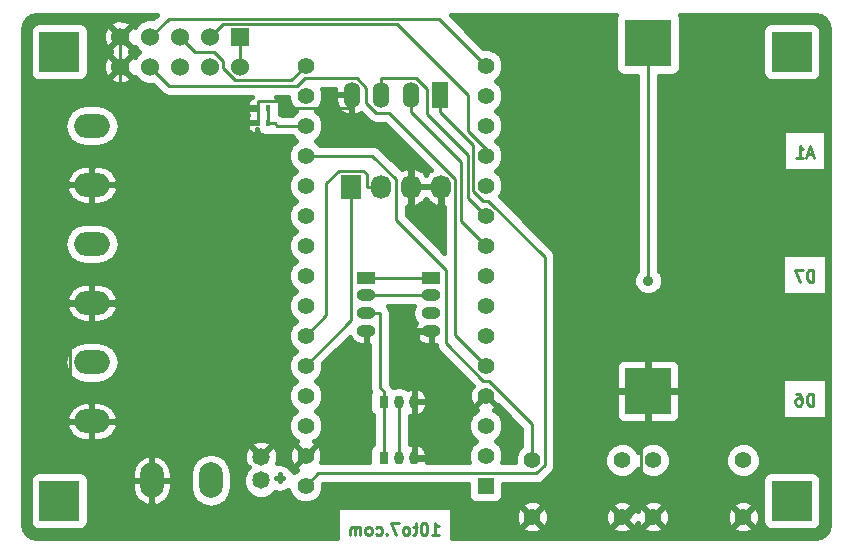
<source format=gbl>
%FSLAX34Y34*%
G04 Gerber Fmt 3.4, Leading zero omitted, Abs format*
G04 (created by PCBNEW (2014-03-19 BZR 4756)-product) date Sun 03 Aug 2014 21:22:35 BST*
%MOIN*%
G01*
G70*
G90*
G04 APERTURE LIST*
%ADD10C,0.005906*%
%ADD11C,0.009843*%
%ADD12C,0.015000*%
%ADD13O,0.078700X0.118700*%
%ADD14R,0.015700X0.023600*%
%ADD15C,0.058300*%
%ADD16O,0.031496X0.043307*%
%ADD17R,0.031496X0.043307*%
%ADD18O,0.062992X0.039370*%
%ADD19R,0.062992X0.039370*%
%ADD20O,0.055118X0.086614*%
%ADD21R,0.055118X0.086614*%
%ADD22O,0.118700X0.078700*%
%ADD23R,0.068000X0.080000*%
%ADD24O,0.068000X0.080000*%
%ADD25R,0.060000X0.060000*%
%ADD26C,0.060000*%
%ADD27C,0.055000*%
%ADD28R,0.055000X0.055000*%
%ADD29R,0.133900X0.133900*%
%ADD30R,0.157480X0.157480*%
%ADD31C,0.035000*%
%ADD32C,0.010000*%
%ADD33C,0.015748*%
G04 APERTURE END LIST*
G54D10*
G54D11*
X81580Y-49048D02*
X81805Y-49048D01*
X81693Y-49048D02*
X81693Y-48654D01*
X81730Y-48710D01*
X81768Y-48748D01*
X81805Y-48766D01*
X81337Y-48654D02*
X81299Y-48654D01*
X81262Y-48673D01*
X81243Y-48691D01*
X81224Y-48729D01*
X81205Y-48804D01*
X81205Y-48898D01*
X81224Y-48973D01*
X81243Y-49010D01*
X81262Y-49029D01*
X81299Y-49048D01*
X81337Y-49048D01*
X81374Y-49029D01*
X81393Y-49010D01*
X81412Y-48973D01*
X81430Y-48898D01*
X81430Y-48804D01*
X81412Y-48729D01*
X81393Y-48691D01*
X81374Y-48673D01*
X81337Y-48654D01*
X81093Y-48785D02*
X80943Y-48785D01*
X81037Y-48654D02*
X81037Y-48991D01*
X81018Y-49029D01*
X80980Y-49048D01*
X80943Y-49048D01*
X80755Y-49048D02*
X80793Y-49029D01*
X80812Y-49010D01*
X80830Y-48973D01*
X80830Y-48860D01*
X80812Y-48823D01*
X80793Y-48804D01*
X80755Y-48785D01*
X80699Y-48785D01*
X80662Y-48804D01*
X80643Y-48823D01*
X80624Y-48860D01*
X80624Y-48973D01*
X80643Y-49010D01*
X80662Y-49029D01*
X80699Y-49048D01*
X80755Y-49048D01*
X80493Y-48654D02*
X80231Y-48654D01*
X80399Y-49048D01*
X80081Y-49010D02*
X80062Y-49029D01*
X80081Y-49048D01*
X80099Y-49029D01*
X80081Y-49010D01*
X80081Y-49048D01*
X79724Y-49029D02*
X79762Y-49048D01*
X79837Y-49048D01*
X79874Y-49029D01*
X79893Y-49010D01*
X79912Y-48973D01*
X79912Y-48860D01*
X79893Y-48823D01*
X79874Y-48804D01*
X79837Y-48785D01*
X79762Y-48785D01*
X79724Y-48804D01*
X79499Y-49048D02*
X79537Y-49029D01*
X79556Y-49010D01*
X79574Y-48973D01*
X79574Y-48860D01*
X79556Y-48823D01*
X79537Y-48804D01*
X79499Y-48785D01*
X79443Y-48785D01*
X79406Y-48804D01*
X79387Y-48823D01*
X79368Y-48860D01*
X79368Y-48973D01*
X79387Y-49010D01*
X79406Y-49029D01*
X79443Y-49048D01*
X79499Y-49048D01*
X79199Y-49048D02*
X79199Y-48785D01*
X79199Y-48823D02*
X79181Y-48804D01*
X79143Y-48785D01*
X79087Y-48785D01*
X79049Y-48804D01*
X79031Y-48841D01*
X79031Y-49048D01*
X79031Y-48841D02*
X79012Y-48804D01*
X78974Y-48785D01*
X78918Y-48785D01*
X78881Y-48804D01*
X78862Y-48841D01*
X78862Y-49048D01*
X94287Y-36356D02*
X94099Y-36356D01*
X94324Y-36469D02*
X94193Y-36075D01*
X94062Y-36469D01*
X93724Y-36469D02*
X93949Y-36469D01*
X93837Y-36469D02*
X93837Y-36075D01*
X93874Y-36131D01*
X93912Y-36169D01*
X93949Y-36188D01*
X94296Y-40603D02*
X94296Y-40209D01*
X94202Y-40209D01*
X94146Y-40228D01*
X94109Y-40265D01*
X94090Y-40303D01*
X94071Y-40378D01*
X94071Y-40434D01*
X94090Y-40509D01*
X94109Y-40547D01*
X94146Y-40584D01*
X94202Y-40603D01*
X94296Y-40603D01*
X93940Y-40209D02*
X93677Y-40209D01*
X93846Y-40603D01*
X94296Y-44737D02*
X94296Y-44343D01*
X94202Y-44343D01*
X94146Y-44362D01*
X94109Y-44399D01*
X94090Y-44437D01*
X94071Y-44512D01*
X94071Y-44568D01*
X94090Y-44643D01*
X94109Y-44680D01*
X94146Y-44718D01*
X94202Y-44737D01*
X94296Y-44737D01*
X93734Y-44343D02*
X93809Y-44343D01*
X93846Y-44362D01*
X93865Y-44380D01*
X93902Y-44437D01*
X93921Y-44512D01*
X93921Y-44662D01*
X93902Y-44699D01*
X93884Y-44718D01*
X93846Y-44737D01*
X93771Y-44737D01*
X93734Y-44718D01*
X93715Y-44699D01*
X93696Y-44662D01*
X93696Y-44568D01*
X93715Y-44530D01*
X93734Y-44512D01*
X93771Y-44493D01*
X93846Y-44493D01*
X93884Y-44512D01*
X93902Y-44530D01*
X93921Y-44568D01*
G54D12*
X76517Y-47149D02*
X76399Y-47149D01*
X76517Y-47149D02*
X76517Y-47031D01*
X76517Y-47267D02*
X76517Y-47149D01*
X76517Y-47149D02*
X76635Y-47149D01*
G54D13*
X74214Y-47228D03*
X72246Y-47228D03*
G54D14*
X76133Y-34816D03*
X75779Y-34816D03*
X76133Y-35309D03*
X75779Y-35309D03*
G54D15*
X75887Y-47228D03*
X75887Y-46440D03*
G54D16*
X80484Y-44610D03*
X80996Y-44610D03*
G54D17*
X79972Y-44610D03*
G54D16*
X80484Y-46480D03*
X80996Y-46480D03*
G54D17*
X79972Y-46480D03*
G54D18*
X81566Y-41067D03*
X81566Y-41657D03*
G54D19*
X81566Y-40476D03*
G54D18*
X81566Y-42248D03*
X79401Y-41067D03*
X79401Y-41657D03*
G54D19*
X79401Y-40476D03*
G54D18*
X79401Y-42248D03*
G54D20*
X80877Y-34374D03*
X79893Y-34374D03*
G54D21*
X81861Y-34374D03*
G54D20*
X78909Y-34374D03*
G54D22*
X70248Y-43293D03*
X70248Y-45261D03*
X70248Y-35407D03*
X70248Y-37375D03*
X70248Y-39344D03*
X70248Y-41312D03*
G54D23*
X78885Y-37444D03*
G54D24*
X79885Y-37444D03*
X80885Y-37444D03*
X81885Y-37444D03*
G54D25*
X75200Y-32446D03*
G54D26*
X75200Y-33446D03*
X74200Y-32446D03*
X74200Y-33446D03*
X73200Y-32446D03*
X73200Y-33446D03*
X72200Y-32446D03*
X72200Y-33446D03*
X71200Y-32446D03*
X71200Y-33446D03*
G54D27*
X77374Y-33401D03*
X83374Y-34401D03*
X83374Y-35401D03*
X83374Y-36401D03*
X83374Y-37401D03*
X83374Y-38401D03*
X83374Y-39401D03*
X83374Y-40401D03*
X83374Y-41401D03*
X83374Y-42401D03*
X83374Y-43401D03*
X83374Y-44401D03*
X83374Y-45401D03*
X83374Y-46401D03*
G54D28*
X83374Y-47401D03*
G54D27*
X77374Y-47401D03*
X77374Y-46401D03*
X77374Y-45401D03*
X77374Y-44401D03*
X77374Y-43401D03*
X77374Y-42401D03*
X77374Y-41401D03*
X77374Y-40401D03*
X77374Y-39401D03*
X77374Y-38401D03*
X77374Y-37401D03*
X77374Y-36401D03*
X77374Y-35401D03*
X77374Y-34401D03*
X83374Y-33401D03*
X88966Y-48446D03*
X88966Y-46557D03*
X91958Y-48446D03*
X91958Y-46557D03*
X84931Y-48446D03*
X84931Y-46557D03*
X87923Y-48446D03*
X87923Y-46557D03*
G54D29*
X69165Y-32946D03*
X93574Y-32946D03*
X93574Y-47907D03*
X69165Y-47907D03*
G54D30*
X88789Y-32639D03*
X88789Y-44253D03*
G54D31*
X88789Y-40574D03*
G54D32*
X75200Y-33446D02*
X75200Y-32446D01*
X70248Y-45261D02*
X70248Y-44739D01*
X70248Y-41312D02*
X70248Y-41835D01*
X70248Y-41835D02*
X69518Y-42565D01*
X69518Y-42565D02*
X69518Y-44009D01*
X69518Y-44009D02*
X70248Y-44739D01*
X78909Y-34654D02*
X78739Y-34825D01*
X78739Y-34825D02*
X76926Y-34825D01*
X76926Y-34825D02*
X76671Y-34570D01*
X76671Y-34570D02*
X75779Y-34570D01*
X80996Y-44610D02*
X80996Y-44264D01*
X80996Y-44264D02*
X81123Y-44137D01*
X81123Y-44137D02*
X81123Y-42248D01*
X80996Y-46480D02*
X80996Y-44610D01*
X81566Y-42248D02*
X81123Y-42248D01*
X75779Y-34816D02*
X75779Y-34570D01*
X78909Y-34654D02*
X78909Y-34935D01*
X78909Y-34374D02*
X78909Y-34654D01*
X75676Y-35309D02*
X75779Y-35205D01*
X75779Y-35205D02*
X75779Y-34816D01*
X75676Y-35309D02*
X75572Y-35309D01*
X75779Y-35309D02*
X75676Y-35309D01*
X71200Y-35309D02*
X71200Y-33446D01*
X70248Y-36853D02*
X71200Y-35900D01*
X71200Y-35900D02*
X71200Y-35309D01*
X71200Y-35309D02*
X75572Y-35309D01*
X70248Y-37375D02*
X70248Y-36853D01*
X88552Y-48032D02*
X88966Y-48446D01*
X88789Y-45170D02*
X88552Y-45407D01*
X88552Y-45407D02*
X88552Y-48032D01*
X87923Y-48446D02*
X88138Y-48446D01*
X88138Y-48446D02*
X88552Y-48032D01*
X81885Y-37444D02*
X81354Y-37444D01*
X80885Y-37444D02*
X81354Y-37444D01*
X80885Y-37444D02*
X80885Y-36911D01*
X80885Y-36911D02*
X78909Y-34935D01*
X71200Y-32446D02*
X71200Y-33446D01*
X88789Y-44253D02*
X88789Y-45170D01*
X79972Y-44610D02*
X79972Y-44264D01*
X79401Y-41657D02*
X79845Y-41657D01*
X79845Y-41657D02*
X79845Y-44137D01*
X79845Y-44137D02*
X79972Y-44264D01*
X76133Y-35309D02*
X76341Y-35309D01*
X77374Y-35401D02*
X76433Y-35401D01*
X76433Y-35401D02*
X76341Y-35309D01*
X76133Y-34816D02*
X76133Y-35309D01*
X79972Y-46480D02*
X79972Y-44610D01*
X81861Y-34374D02*
X81861Y-34935D01*
X81861Y-34935D02*
X82970Y-36044D01*
X82970Y-36044D02*
X82970Y-37573D01*
X82970Y-37573D02*
X83298Y-37901D01*
X83298Y-37901D02*
X83462Y-37901D01*
X83462Y-37901D02*
X85338Y-39776D01*
X85338Y-39776D02*
X85338Y-46724D01*
X85338Y-46724D02*
X85065Y-46997D01*
X85065Y-46997D02*
X77777Y-46997D01*
X77777Y-46997D02*
X77374Y-47401D01*
X79893Y-33812D02*
X81051Y-33812D01*
X81051Y-33812D02*
X81433Y-34193D01*
X81433Y-34193D02*
X81433Y-35024D01*
X81433Y-35024D02*
X82791Y-36382D01*
X82791Y-36382D02*
X82791Y-37818D01*
X82791Y-37818D02*
X83374Y-38401D01*
X79893Y-34374D02*
X79893Y-33812D01*
X83374Y-39401D02*
X82545Y-38572D01*
X82545Y-38572D02*
X82545Y-36603D01*
X82545Y-36603D02*
X80877Y-34935D01*
X80877Y-34374D02*
X80877Y-34935D01*
X80484Y-44610D02*
X80484Y-46480D01*
X81566Y-41067D02*
X79401Y-41067D01*
X81566Y-40476D02*
X79401Y-40476D01*
X77374Y-43401D02*
X78885Y-41889D01*
X78885Y-41889D02*
X78885Y-37444D01*
X79416Y-37444D02*
X79416Y-37029D01*
X79416Y-37029D02*
X79303Y-36915D01*
X79303Y-36915D02*
X78473Y-36915D01*
X78473Y-36915D02*
X78058Y-37330D01*
X78058Y-37330D02*
X78058Y-41717D01*
X78058Y-41717D02*
X77374Y-42401D01*
X79885Y-37444D02*
X79416Y-37444D01*
X84931Y-46557D02*
X84931Y-45356D01*
X84931Y-45356D02*
X83476Y-43901D01*
X83476Y-43901D02*
X83301Y-43901D01*
X83301Y-43901D02*
X82061Y-42660D01*
X82061Y-42660D02*
X82061Y-40209D01*
X82061Y-40209D02*
X80385Y-38534D01*
X80385Y-38534D02*
X80385Y-37195D01*
X80385Y-37195D02*
X79591Y-36401D01*
X79591Y-36401D02*
X77374Y-36401D01*
X74200Y-32446D02*
X74629Y-32017D01*
X74629Y-32017D02*
X80406Y-32017D01*
X80406Y-32017D02*
X82774Y-34386D01*
X82774Y-34386D02*
X82774Y-35573D01*
X82774Y-35573D02*
X83374Y-36173D01*
X83374Y-36173D02*
X83374Y-36401D01*
X77374Y-33401D02*
X76898Y-33876D01*
X76898Y-33876D02*
X75020Y-33876D01*
X75020Y-33876D02*
X74629Y-33485D01*
X74629Y-33485D02*
X74629Y-33244D01*
X74629Y-33244D02*
X74331Y-32946D01*
X74331Y-32946D02*
X73700Y-32946D01*
X73700Y-32946D02*
X73200Y-32446D01*
X83374Y-33401D02*
X81808Y-31835D01*
X81808Y-31835D02*
X72811Y-31835D01*
X72811Y-31835D02*
X72200Y-32446D01*
X83374Y-43401D02*
X82366Y-42393D01*
X82366Y-42393D02*
X82366Y-37188D01*
X82366Y-37188D02*
X80160Y-34982D01*
X80160Y-34982D02*
X79733Y-34982D01*
X79733Y-34982D02*
X79401Y-34650D01*
X79401Y-34650D02*
X79401Y-34135D01*
X79401Y-34135D02*
X79072Y-33805D01*
X79072Y-33805D02*
X77352Y-33805D01*
X77352Y-33805D02*
X77080Y-34076D01*
X77080Y-34076D02*
X72830Y-34076D01*
X72830Y-34076D02*
X72200Y-33446D01*
X88789Y-32639D02*
X88789Y-40574D01*
G54D10*
G36*
X77039Y-34901D02*
X76904Y-35036D01*
X76577Y-35036D01*
X76525Y-35001D01*
X76527Y-34997D01*
X76527Y-34872D01*
X76527Y-34636D01*
X76479Y-34520D01*
X76400Y-34441D01*
X76784Y-34441D01*
X76783Y-34518D01*
X76873Y-34735D01*
X77039Y-34901D01*
X77039Y-34901D01*
X77039Y-34901D01*
G37*
G54D33*
X77039Y-34901D02*
X76904Y-35036D01*
X76577Y-35036D01*
X76525Y-35001D01*
X76527Y-34997D01*
X76527Y-34872D01*
X76527Y-34636D01*
X76479Y-34520D01*
X76400Y-34441D01*
X76784Y-34441D01*
X76783Y-34518D01*
X76873Y-34735D01*
X77039Y-34901D01*
X77039Y-34901D01*
G54D10*
G36*
X82001Y-39634D02*
X81864Y-39497D01*
X81864Y-38053D01*
X81864Y-37466D01*
X81504Y-37466D01*
X81267Y-37466D01*
X80907Y-37466D01*
X80907Y-38053D01*
X81003Y-38112D01*
X81102Y-38084D01*
X81308Y-37957D01*
X81385Y-37849D01*
X81463Y-37957D01*
X81668Y-38084D01*
X81768Y-38112D01*
X81864Y-38053D01*
X81864Y-39497D01*
X80750Y-38383D01*
X80750Y-38107D01*
X80768Y-38112D01*
X80864Y-38053D01*
X80864Y-37466D01*
X80856Y-37466D01*
X80856Y-37423D01*
X80864Y-37423D01*
X80864Y-36836D01*
X80768Y-36777D01*
X80668Y-36805D01*
X80571Y-36865D01*
X79850Y-36143D01*
X79731Y-36064D01*
X79591Y-36036D01*
X78888Y-36036D01*
X78888Y-35015D01*
X78888Y-34395D01*
X78355Y-34395D01*
X78355Y-34552D01*
X78405Y-34763D01*
X78532Y-34938D01*
X78717Y-35051D01*
X78802Y-35075D01*
X78888Y-35015D01*
X78888Y-36036D01*
X77843Y-36036D01*
X77708Y-35901D01*
X77708Y-35901D01*
X77873Y-35736D01*
X77963Y-35519D01*
X77964Y-35284D01*
X77874Y-35067D01*
X77708Y-34901D01*
X77708Y-34901D01*
X77873Y-34736D01*
X77963Y-34519D01*
X77964Y-34284D01*
X77916Y-34170D01*
X78361Y-34170D01*
X78355Y-34195D01*
X78355Y-34352D01*
X78888Y-34352D01*
X78888Y-34344D01*
X78931Y-34344D01*
X78931Y-34352D01*
X78938Y-34352D01*
X78938Y-34395D01*
X78931Y-34395D01*
X78931Y-35015D01*
X79017Y-35075D01*
X79102Y-35051D01*
X79216Y-34981D01*
X79475Y-35240D01*
X79594Y-35319D01*
X79594Y-35319D01*
X79733Y-35347D01*
X80009Y-35347D01*
X81544Y-36882D01*
X81463Y-36932D01*
X81385Y-37040D01*
X81308Y-36932D01*
X81102Y-36805D01*
X81003Y-36777D01*
X80907Y-36836D01*
X80907Y-37423D01*
X81267Y-37423D01*
X81504Y-37423D01*
X81864Y-37423D01*
X81864Y-37415D01*
X81907Y-37415D01*
X81907Y-37423D01*
X81914Y-37423D01*
X81914Y-37466D01*
X81907Y-37466D01*
X81907Y-38053D01*
X82001Y-38111D01*
X82001Y-39634D01*
X82001Y-39634D01*
G37*
G54D33*
X82001Y-39634D02*
X81864Y-39497D01*
X81864Y-38053D01*
X81864Y-37466D01*
X81504Y-37466D01*
X81267Y-37466D01*
X80907Y-37466D01*
X80907Y-38053D01*
X81003Y-38112D01*
X81102Y-38084D01*
X81308Y-37957D01*
X81385Y-37849D01*
X81463Y-37957D01*
X81668Y-38084D01*
X81768Y-38112D01*
X81864Y-38053D01*
X81864Y-39497D01*
X80750Y-38383D01*
X80750Y-38107D01*
X80768Y-38112D01*
X80864Y-38053D01*
X80864Y-37466D01*
X80856Y-37466D01*
X80856Y-37423D01*
X80864Y-37423D01*
X80864Y-36836D01*
X80768Y-36777D01*
X80668Y-36805D01*
X80571Y-36865D01*
X79850Y-36143D01*
X79731Y-36064D01*
X79591Y-36036D01*
X78888Y-36036D01*
X78888Y-35015D01*
X78888Y-34395D01*
X78355Y-34395D01*
X78355Y-34552D01*
X78405Y-34763D01*
X78532Y-34938D01*
X78717Y-35051D01*
X78802Y-35075D01*
X78888Y-35015D01*
X78888Y-36036D01*
X77843Y-36036D01*
X77708Y-35901D01*
X77708Y-35901D01*
X77873Y-35736D01*
X77963Y-35519D01*
X77964Y-35284D01*
X77874Y-35067D01*
X77708Y-34901D01*
X77708Y-34901D01*
X77873Y-34736D01*
X77963Y-34519D01*
X77964Y-34284D01*
X77916Y-34170D01*
X78361Y-34170D01*
X78355Y-34195D01*
X78355Y-34352D01*
X78888Y-34352D01*
X78888Y-34344D01*
X78931Y-34344D01*
X78931Y-34352D01*
X78938Y-34352D01*
X78938Y-34395D01*
X78931Y-34395D01*
X78931Y-35015D01*
X79017Y-35075D01*
X79102Y-35051D01*
X79216Y-34981D01*
X79475Y-35240D01*
X79594Y-35319D01*
X79594Y-35319D01*
X79733Y-35347D01*
X80009Y-35347D01*
X81544Y-36882D01*
X81463Y-36932D01*
X81385Y-37040D01*
X81308Y-36932D01*
X81102Y-36805D01*
X81003Y-36777D01*
X80907Y-36836D01*
X80907Y-37423D01*
X81267Y-37423D01*
X81504Y-37423D01*
X81864Y-37423D01*
X81864Y-37415D01*
X81907Y-37415D01*
X81907Y-37423D01*
X81914Y-37423D01*
X81914Y-37466D01*
X81907Y-37466D01*
X81907Y-38053D01*
X82001Y-38111D01*
X82001Y-39634D01*
G54D10*
G36*
X84566Y-46087D02*
X84431Y-46222D01*
X84341Y-46439D01*
X84341Y-46632D01*
X83917Y-46632D01*
X83964Y-46519D01*
X83964Y-46284D01*
X83874Y-46067D01*
X83709Y-45901D01*
X83708Y-45901D01*
X83874Y-45736D01*
X83964Y-45519D01*
X83964Y-45284D01*
X83874Y-45067D01*
X83709Y-44901D01*
X83661Y-44882D01*
X83687Y-44871D01*
X83688Y-44870D01*
X83709Y-44766D01*
X83374Y-44431D01*
X83039Y-44766D01*
X83060Y-44870D01*
X83087Y-44881D01*
X83040Y-44901D01*
X82874Y-45066D01*
X82784Y-45283D01*
X82784Y-45518D01*
X82874Y-45735D01*
X83039Y-45901D01*
X83040Y-45901D01*
X82874Y-46066D01*
X82784Y-46283D01*
X82784Y-46518D01*
X82831Y-46632D01*
X81545Y-46632D01*
X81545Y-42723D01*
X81545Y-42269D01*
X81043Y-42269D01*
X80982Y-42343D01*
X81001Y-42410D01*
X81097Y-42569D01*
X81247Y-42679D01*
X81427Y-42723D01*
X81545Y-42723D01*
X81545Y-46632D01*
X81414Y-46632D01*
X81432Y-46560D01*
X81432Y-46501D01*
X81432Y-46459D01*
X81432Y-46400D01*
X81432Y-44690D01*
X81432Y-44631D01*
X81432Y-44588D01*
X81432Y-44529D01*
X81391Y-44364D01*
X81289Y-44227D01*
X81143Y-44140D01*
X81085Y-44124D01*
X81017Y-44185D01*
X81017Y-44588D01*
X81432Y-44588D01*
X81432Y-44631D01*
X81017Y-44631D01*
X81017Y-45035D01*
X81085Y-45096D01*
X81143Y-45080D01*
X81289Y-44992D01*
X81391Y-44855D01*
X81432Y-44690D01*
X81432Y-46400D01*
X81391Y-46234D01*
X81289Y-46097D01*
X81143Y-46010D01*
X81085Y-45994D01*
X81017Y-46055D01*
X81017Y-46459D01*
X81432Y-46459D01*
X81432Y-46501D01*
X81017Y-46501D01*
X81017Y-46509D01*
X80974Y-46509D01*
X80974Y-46501D01*
X80967Y-46501D01*
X80967Y-46459D01*
X80974Y-46459D01*
X80974Y-46055D01*
X80907Y-45994D01*
X80849Y-46010D01*
X80849Y-45080D01*
X80907Y-45096D01*
X80974Y-45035D01*
X80974Y-44631D01*
X80967Y-44631D01*
X80967Y-44588D01*
X80974Y-44588D01*
X80974Y-44185D01*
X80907Y-44124D01*
X80848Y-44140D01*
X80780Y-44181D01*
X80665Y-44104D01*
X80484Y-44068D01*
X80303Y-44104D01*
X80297Y-44107D01*
X80230Y-44006D01*
X80210Y-43986D01*
X80210Y-41657D01*
X80182Y-41517D01*
X80125Y-41432D01*
X80983Y-41432D01*
X80963Y-41461D01*
X80924Y-41657D01*
X80963Y-41853D01*
X81057Y-41993D01*
X81001Y-42085D01*
X80982Y-42152D01*
X81043Y-42226D01*
X81545Y-42226D01*
X81545Y-42219D01*
X81588Y-42219D01*
X81588Y-42226D01*
X81596Y-42226D01*
X81596Y-42269D01*
X81588Y-42269D01*
X81588Y-42723D01*
X81706Y-42723D01*
X81708Y-42723D01*
X81724Y-42800D01*
X81803Y-42918D01*
X82960Y-44076D01*
X82905Y-44087D01*
X82820Y-44290D01*
X82820Y-44510D01*
X82904Y-44714D01*
X82905Y-44715D01*
X83009Y-44736D01*
X83344Y-44401D01*
X83338Y-44396D01*
X83368Y-44365D01*
X83374Y-44371D01*
X83380Y-44365D01*
X83410Y-44396D01*
X83404Y-44401D01*
X83739Y-44736D01*
X83785Y-44727D01*
X84566Y-45507D01*
X84566Y-46087D01*
X84566Y-46087D01*
G37*
G54D33*
X84566Y-46087D02*
X84431Y-46222D01*
X84341Y-46439D01*
X84341Y-46632D01*
X83917Y-46632D01*
X83964Y-46519D01*
X83964Y-46284D01*
X83874Y-46067D01*
X83709Y-45901D01*
X83708Y-45901D01*
X83874Y-45736D01*
X83964Y-45519D01*
X83964Y-45284D01*
X83874Y-45067D01*
X83709Y-44901D01*
X83661Y-44882D01*
X83687Y-44871D01*
X83688Y-44870D01*
X83709Y-44766D01*
X83374Y-44431D01*
X83039Y-44766D01*
X83060Y-44870D01*
X83087Y-44881D01*
X83040Y-44901D01*
X82874Y-45066D01*
X82784Y-45283D01*
X82784Y-45518D01*
X82874Y-45735D01*
X83039Y-45901D01*
X83040Y-45901D01*
X82874Y-46066D01*
X82784Y-46283D01*
X82784Y-46518D01*
X82831Y-46632D01*
X81545Y-46632D01*
X81545Y-42723D01*
X81545Y-42269D01*
X81043Y-42269D01*
X80982Y-42343D01*
X81001Y-42410D01*
X81097Y-42569D01*
X81247Y-42679D01*
X81427Y-42723D01*
X81545Y-42723D01*
X81545Y-46632D01*
X81414Y-46632D01*
X81432Y-46560D01*
X81432Y-46501D01*
X81432Y-46459D01*
X81432Y-46400D01*
X81432Y-44690D01*
X81432Y-44631D01*
X81432Y-44588D01*
X81432Y-44529D01*
X81391Y-44364D01*
X81289Y-44227D01*
X81143Y-44140D01*
X81085Y-44124D01*
X81017Y-44185D01*
X81017Y-44588D01*
X81432Y-44588D01*
X81432Y-44631D01*
X81017Y-44631D01*
X81017Y-45035D01*
X81085Y-45096D01*
X81143Y-45080D01*
X81289Y-44992D01*
X81391Y-44855D01*
X81432Y-44690D01*
X81432Y-46400D01*
X81391Y-46234D01*
X81289Y-46097D01*
X81143Y-46010D01*
X81085Y-45994D01*
X81017Y-46055D01*
X81017Y-46459D01*
X81432Y-46459D01*
X81432Y-46501D01*
X81017Y-46501D01*
X81017Y-46509D01*
X80974Y-46509D01*
X80974Y-46501D01*
X80967Y-46501D01*
X80967Y-46459D01*
X80974Y-46459D01*
X80974Y-46055D01*
X80907Y-45994D01*
X80849Y-46010D01*
X80849Y-45080D01*
X80907Y-45096D01*
X80974Y-45035D01*
X80974Y-44631D01*
X80967Y-44631D01*
X80967Y-44588D01*
X80974Y-44588D01*
X80974Y-44185D01*
X80907Y-44124D01*
X80848Y-44140D01*
X80780Y-44181D01*
X80665Y-44104D01*
X80484Y-44068D01*
X80303Y-44104D01*
X80297Y-44107D01*
X80230Y-44006D01*
X80210Y-43986D01*
X80210Y-41657D01*
X80182Y-41517D01*
X80125Y-41432D01*
X80983Y-41432D01*
X80963Y-41461D01*
X80924Y-41657D01*
X80963Y-41853D01*
X81057Y-41993D01*
X81001Y-42085D01*
X80982Y-42152D01*
X81043Y-42226D01*
X81545Y-42226D01*
X81545Y-42219D01*
X81588Y-42219D01*
X81588Y-42226D01*
X81596Y-42226D01*
X81596Y-42269D01*
X81588Y-42269D01*
X81588Y-42723D01*
X81706Y-42723D01*
X81708Y-42723D01*
X81724Y-42800D01*
X81803Y-42918D01*
X82960Y-44076D01*
X82905Y-44087D01*
X82820Y-44290D01*
X82820Y-44510D01*
X82904Y-44714D01*
X82905Y-44715D01*
X83009Y-44736D01*
X83344Y-44401D01*
X83338Y-44396D01*
X83368Y-44365D01*
X83374Y-44371D01*
X83380Y-44365D01*
X83410Y-44396D01*
X83404Y-44401D01*
X83739Y-44736D01*
X83785Y-44727D01*
X84566Y-45507D01*
X84566Y-46087D01*
G54D10*
G36*
X94832Y-48679D02*
X94792Y-48883D01*
X94754Y-48939D01*
X94754Y-45198D01*
X94754Y-43820D01*
X94754Y-41064D01*
X94754Y-39687D01*
X94726Y-39687D01*
X94726Y-36931D01*
X94726Y-35553D01*
X94559Y-35553D01*
X94559Y-33679D01*
X94559Y-33553D01*
X94559Y-32214D01*
X94511Y-32098D01*
X94422Y-32010D01*
X94306Y-31962D01*
X94181Y-31962D01*
X92842Y-31962D01*
X92726Y-32010D01*
X92638Y-32098D01*
X92590Y-32214D01*
X92590Y-32340D01*
X92590Y-33679D01*
X92638Y-33794D01*
X92726Y-33883D01*
X92842Y-33931D01*
X92967Y-33931D01*
X94306Y-33931D01*
X94422Y-33883D01*
X94511Y-33794D01*
X94559Y-33679D01*
X94559Y-35553D01*
X93285Y-35553D01*
X93285Y-36931D01*
X94726Y-36931D01*
X94726Y-39687D01*
X93257Y-39687D01*
X93257Y-41064D01*
X94754Y-41064D01*
X94754Y-43820D01*
X93257Y-43820D01*
X93257Y-45198D01*
X94754Y-45198D01*
X94754Y-48939D01*
X94695Y-49028D01*
X94559Y-49119D01*
X94559Y-48639D01*
X94559Y-48514D01*
X94559Y-47175D01*
X94511Y-47059D01*
X94422Y-46970D01*
X94306Y-46923D01*
X94181Y-46923D01*
X92842Y-46923D01*
X92726Y-46970D01*
X92638Y-47059D01*
X92590Y-47175D01*
X92590Y-47300D01*
X92590Y-48639D01*
X92638Y-48755D01*
X92726Y-48843D01*
X92842Y-48891D01*
X92967Y-48891D01*
X94306Y-48891D01*
X94422Y-48843D01*
X94511Y-48755D01*
X94559Y-48639D01*
X94559Y-49119D01*
X94550Y-49124D01*
X94346Y-49165D01*
X92548Y-49165D01*
X92548Y-46440D01*
X92459Y-46223D01*
X92293Y-46057D01*
X92076Y-45967D01*
X91841Y-45967D01*
X91624Y-46056D01*
X91458Y-46222D01*
X91368Y-46439D01*
X91368Y-46673D01*
X91458Y-46890D01*
X91624Y-47056D01*
X91840Y-47146D01*
X92075Y-47147D01*
X92292Y-47057D01*
X92458Y-46891D01*
X92548Y-46674D01*
X92548Y-46440D01*
X92548Y-49165D01*
X92512Y-49165D01*
X92512Y-48337D01*
X92428Y-48133D01*
X92427Y-48132D01*
X92323Y-48112D01*
X92293Y-48142D01*
X92293Y-48082D01*
X92273Y-47977D01*
X92069Y-47893D01*
X91849Y-47892D01*
X91645Y-47976D01*
X91644Y-47977D01*
X91624Y-48082D01*
X91958Y-48416D01*
X92293Y-48082D01*
X92293Y-48142D01*
X91988Y-48446D01*
X92323Y-48781D01*
X92427Y-48761D01*
X92512Y-48557D01*
X92512Y-48337D01*
X92512Y-49165D01*
X92293Y-49165D01*
X92293Y-48811D01*
X91958Y-48476D01*
X91928Y-48506D01*
X91928Y-48446D01*
X91594Y-48112D01*
X91489Y-48132D01*
X91405Y-48335D01*
X91404Y-48556D01*
X91488Y-48759D01*
X91489Y-48761D01*
X91594Y-48781D01*
X91928Y-48446D01*
X91928Y-48506D01*
X91624Y-48811D01*
X91644Y-48915D01*
X91847Y-49000D01*
X92067Y-49000D01*
X92271Y-48916D01*
X92273Y-48915D01*
X92293Y-48811D01*
X92293Y-49165D01*
X89855Y-49165D01*
X89855Y-45096D01*
X89855Y-44344D01*
X89855Y-44162D01*
X89855Y-43411D01*
X89813Y-43308D01*
X89734Y-43230D01*
X89632Y-43187D01*
X89521Y-43187D01*
X88880Y-43187D01*
X88810Y-43257D01*
X88810Y-44232D01*
X89785Y-44232D01*
X89855Y-44162D01*
X89855Y-44344D01*
X89785Y-44275D01*
X88810Y-44275D01*
X88810Y-45250D01*
X88880Y-45320D01*
X89521Y-45320D01*
X89632Y-45320D01*
X89734Y-45277D01*
X89813Y-45199D01*
X89855Y-45096D01*
X89855Y-49165D01*
X89556Y-49165D01*
X89556Y-46440D01*
X89466Y-46223D01*
X89301Y-46057D01*
X89084Y-45967D01*
X88849Y-45967D01*
X88768Y-46000D01*
X88768Y-45250D01*
X88768Y-44275D01*
X88768Y-44232D01*
X88768Y-43257D01*
X88698Y-43187D01*
X88057Y-43187D01*
X87946Y-43187D01*
X87844Y-43230D01*
X87765Y-43308D01*
X87723Y-43411D01*
X87723Y-44162D01*
X87792Y-44232D01*
X88768Y-44232D01*
X88768Y-44275D01*
X87792Y-44275D01*
X87723Y-44344D01*
X87723Y-45096D01*
X87765Y-45199D01*
X87844Y-45277D01*
X87946Y-45320D01*
X88057Y-45320D01*
X88698Y-45320D01*
X88768Y-45250D01*
X88768Y-46000D01*
X88632Y-46056D01*
X88466Y-46222D01*
X88444Y-46274D01*
X88423Y-46223D01*
X88257Y-46057D01*
X88041Y-45967D01*
X87806Y-45967D01*
X87589Y-46056D01*
X87423Y-46222D01*
X87333Y-46439D01*
X87333Y-46673D01*
X87422Y-46890D01*
X87588Y-47056D01*
X87805Y-47146D01*
X88040Y-47147D01*
X88256Y-47057D01*
X88423Y-46891D01*
X88444Y-46839D01*
X88466Y-46890D01*
X88631Y-47056D01*
X88848Y-47146D01*
X89083Y-47147D01*
X89300Y-47057D01*
X89466Y-46891D01*
X89556Y-46674D01*
X89556Y-46440D01*
X89556Y-49165D01*
X89520Y-49165D01*
X89520Y-48337D01*
X89436Y-48133D01*
X89435Y-48132D01*
X89331Y-48112D01*
X89301Y-48142D01*
X89301Y-48082D01*
X89280Y-47977D01*
X89077Y-47893D01*
X88857Y-47892D01*
X88653Y-47976D01*
X88652Y-47977D01*
X88631Y-48082D01*
X88966Y-48416D01*
X89301Y-48082D01*
X89301Y-48142D01*
X88996Y-48446D01*
X89331Y-48781D01*
X89435Y-48761D01*
X89520Y-48557D01*
X89520Y-48337D01*
X89520Y-49165D01*
X89301Y-49165D01*
X89301Y-48811D01*
X88966Y-48476D01*
X88936Y-48506D01*
X88936Y-48446D01*
X88601Y-48112D01*
X88497Y-48132D01*
X88444Y-48259D01*
X88393Y-48133D01*
X88392Y-48132D01*
X88287Y-48112D01*
X88257Y-48142D01*
X88257Y-48082D01*
X88237Y-47977D01*
X88034Y-47893D01*
X87813Y-47892D01*
X87610Y-47976D01*
X87608Y-47977D01*
X87588Y-48082D01*
X87923Y-48416D01*
X88257Y-48082D01*
X88257Y-48142D01*
X87953Y-48446D01*
X88287Y-48781D01*
X88392Y-48761D01*
X88444Y-48634D01*
X88496Y-48759D01*
X88497Y-48761D01*
X88601Y-48781D01*
X88936Y-48446D01*
X88936Y-48506D01*
X88631Y-48811D01*
X88652Y-48915D01*
X88855Y-49000D01*
X89075Y-49000D01*
X89279Y-48916D01*
X89280Y-48915D01*
X89301Y-48811D01*
X89301Y-49165D01*
X88257Y-49165D01*
X88257Y-48811D01*
X87923Y-48476D01*
X87893Y-48506D01*
X87893Y-48446D01*
X87558Y-48112D01*
X87454Y-48132D01*
X87369Y-48335D01*
X87369Y-48556D01*
X87453Y-48759D01*
X87454Y-48761D01*
X87558Y-48781D01*
X87893Y-48446D01*
X87893Y-48506D01*
X87588Y-48811D01*
X87608Y-48915D01*
X87812Y-49000D01*
X88032Y-49000D01*
X88236Y-48916D01*
X88237Y-48915D01*
X88257Y-48811D01*
X88257Y-49165D01*
X85485Y-49165D01*
X85485Y-48337D01*
X85401Y-48133D01*
X85400Y-48132D01*
X85295Y-48112D01*
X85265Y-48142D01*
X85265Y-48082D01*
X85245Y-47977D01*
X85042Y-47893D01*
X84821Y-47892D01*
X84618Y-47976D01*
X84616Y-47977D01*
X84596Y-48082D01*
X84931Y-48416D01*
X85265Y-48082D01*
X85265Y-48142D01*
X84961Y-48446D01*
X85295Y-48781D01*
X85400Y-48761D01*
X85484Y-48557D01*
X85485Y-48337D01*
X85485Y-49165D01*
X85265Y-49165D01*
X85265Y-48811D01*
X84931Y-48476D01*
X84901Y-48506D01*
X84901Y-48446D01*
X84566Y-48112D01*
X84462Y-48132D01*
X84377Y-48335D01*
X84377Y-48556D01*
X84461Y-48759D01*
X84462Y-48761D01*
X84566Y-48781D01*
X84901Y-48446D01*
X84901Y-48506D01*
X84596Y-48811D01*
X84616Y-48915D01*
X84820Y-49000D01*
X85040Y-49000D01*
X85244Y-48916D01*
X85245Y-48915D01*
X85265Y-48811D01*
X85265Y-49165D01*
X82245Y-49165D01*
X82245Y-48131D01*
X78404Y-48131D01*
X78404Y-49165D01*
X74922Y-49165D01*
X74922Y-47446D01*
X74922Y-47010D01*
X74868Y-46739D01*
X74715Y-46509D01*
X74485Y-46356D01*
X74214Y-46302D01*
X73943Y-46356D01*
X73713Y-46509D01*
X73559Y-46739D01*
X73505Y-47010D01*
X73505Y-47446D01*
X73559Y-47717D01*
X73713Y-47947D01*
X73943Y-48100D01*
X74214Y-48154D01*
X74485Y-48100D01*
X74715Y-47947D01*
X74868Y-47717D01*
X74922Y-47446D01*
X74922Y-49165D01*
X72918Y-49165D01*
X72918Y-47449D01*
X72918Y-47249D01*
X72918Y-47207D01*
X72918Y-47007D01*
X72859Y-46751D01*
X72706Y-46537D01*
X72483Y-46399D01*
X72372Y-46368D01*
X72267Y-46426D01*
X72267Y-47207D01*
X72918Y-47207D01*
X72918Y-47249D01*
X72267Y-47249D01*
X72267Y-48030D01*
X72372Y-48088D01*
X72483Y-48057D01*
X72706Y-47918D01*
X72859Y-47705D01*
X72918Y-47449D01*
X72918Y-49165D01*
X72225Y-49165D01*
X72225Y-48030D01*
X72225Y-47249D01*
X72225Y-47207D01*
X72225Y-46426D01*
X72120Y-46368D01*
X72008Y-46399D01*
X71786Y-46537D01*
X71633Y-46751D01*
X71574Y-47007D01*
X71574Y-47207D01*
X72225Y-47207D01*
X72225Y-47249D01*
X71574Y-47249D01*
X71574Y-47449D01*
X71633Y-47705D01*
X71786Y-47918D01*
X72008Y-48057D01*
X72120Y-48088D01*
X72225Y-48030D01*
X72225Y-49165D01*
X71553Y-49165D01*
X71553Y-33829D01*
X71200Y-33476D01*
X71170Y-33506D01*
X71170Y-33446D01*
X70818Y-33094D01*
X70711Y-33117D01*
X70622Y-33329D01*
X70621Y-33560D01*
X70709Y-33773D01*
X70711Y-33776D01*
X70818Y-33799D01*
X71170Y-33446D01*
X71170Y-33506D01*
X70848Y-33829D01*
X70871Y-33936D01*
X71083Y-34025D01*
X71314Y-34025D01*
X71527Y-33938D01*
X71530Y-33936D01*
X71553Y-33829D01*
X71553Y-49165D01*
X71174Y-49165D01*
X71174Y-43293D01*
X71174Y-39344D01*
X71174Y-35407D01*
X71120Y-35136D01*
X70966Y-34906D01*
X70736Y-34753D01*
X70465Y-34699D01*
X70149Y-34699D01*
X70149Y-33679D01*
X70149Y-33553D01*
X70149Y-32214D01*
X70101Y-32098D01*
X70013Y-32010D01*
X69897Y-31962D01*
X69772Y-31962D01*
X68433Y-31962D01*
X68317Y-32010D01*
X68228Y-32098D01*
X68180Y-32214D01*
X68180Y-32340D01*
X68180Y-33679D01*
X68228Y-33794D01*
X68317Y-33883D01*
X68433Y-33931D01*
X68558Y-33931D01*
X69897Y-33931D01*
X70013Y-33883D01*
X70101Y-33794D01*
X70149Y-33679D01*
X70149Y-34699D01*
X70030Y-34699D01*
X69759Y-34753D01*
X69529Y-34906D01*
X69375Y-35136D01*
X69321Y-35407D01*
X69375Y-35678D01*
X69529Y-35908D01*
X69759Y-36062D01*
X70030Y-36116D01*
X70465Y-36116D01*
X70736Y-36062D01*
X70966Y-35908D01*
X71120Y-35678D01*
X71174Y-35407D01*
X71174Y-39344D01*
X71120Y-39073D01*
X71108Y-39055D01*
X71108Y-37501D01*
X71108Y-37249D01*
X71077Y-37138D01*
X70938Y-36915D01*
X70724Y-36762D01*
X70469Y-36703D01*
X70269Y-36703D01*
X70269Y-37354D01*
X71050Y-37354D01*
X71108Y-37249D01*
X71108Y-37501D01*
X71050Y-37396D01*
X70269Y-37396D01*
X70269Y-38047D01*
X70469Y-38047D01*
X70724Y-37988D01*
X70938Y-37836D01*
X71077Y-37613D01*
X71108Y-37501D01*
X71108Y-39055D01*
X70966Y-38843D01*
X70736Y-38690D01*
X70465Y-38636D01*
X70226Y-38636D01*
X70226Y-38047D01*
X70226Y-37396D01*
X70226Y-37354D01*
X70226Y-36703D01*
X70026Y-36703D01*
X69771Y-36762D01*
X69557Y-36915D01*
X69418Y-37138D01*
X69387Y-37249D01*
X69445Y-37354D01*
X70226Y-37354D01*
X70226Y-37396D01*
X69445Y-37396D01*
X69387Y-37501D01*
X69418Y-37613D01*
X69557Y-37836D01*
X69771Y-37988D01*
X70026Y-38047D01*
X70226Y-38047D01*
X70226Y-38636D01*
X70030Y-38636D01*
X69759Y-38690D01*
X69529Y-38843D01*
X69375Y-39073D01*
X69321Y-39344D01*
X69375Y-39615D01*
X69529Y-39845D01*
X69759Y-39999D01*
X70030Y-40053D01*
X70465Y-40053D01*
X70736Y-39999D01*
X70966Y-39845D01*
X71120Y-39615D01*
X71174Y-39344D01*
X71174Y-43293D01*
X71120Y-43022D01*
X71108Y-43004D01*
X71108Y-41438D01*
X71108Y-41186D01*
X71077Y-41075D01*
X70938Y-40852D01*
X70724Y-40699D01*
X70469Y-40640D01*
X70269Y-40640D01*
X70269Y-41291D01*
X71050Y-41291D01*
X71108Y-41186D01*
X71108Y-41438D01*
X71050Y-41334D01*
X70269Y-41334D01*
X70269Y-41984D01*
X70469Y-41984D01*
X70724Y-41925D01*
X70938Y-41773D01*
X71077Y-41550D01*
X71108Y-41438D01*
X71108Y-43004D01*
X70966Y-42792D01*
X70736Y-42639D01*
X70465Y-42585D01*
X70226Y-42585D01*
X70226Y-41984D01*
X70226Y-41334D01*
X70226Y-41291D01*
X70226Y-40640D01*
X70026Y-40640D01*
X69771Y-40699D01*
X69557Y-40852D01*
X69418Y-41075D01*
X69387Y-41186D01*
X69445Y-41291D01*
X70226Y-41291D01*
X70226Y-41334D01*
X69445Y-41334D01*
X69387Y-41438D01*
X69418Y-41550D01*
X69557Y-41773D01*
X69771Y-41925D01*
X70026Y-41984D01*
X70226Y-41984D01*
X70226Y-42585D01*
X70030Y-42585D01*
X69759Y-42639D01*
X69529Y-42792D01*
X69375Y-43022D01*
X69321Y-43293D01*
X69375Y-43564D01*
X69529Y-43794D01*
X69759Y-43948D01*
X70030Y-44002D01*
X70465Y-44002D01*
X70736Y-43948D01*
X70966Y-43794D01*
X71120Y-43564D01*
X71174Y-43293D01*
X71174Y-49165D01*
X71108Y-49165D01*
X71108Y-45387D01*
X71108Y-45135D01*
X71077Y-45023D01*
X70938Y-44801D01*
X70724Y-44648D01*
X70469Y-44589D01*
X70269Y-44589D01*
X70269Y-45240D01*
X71050Y-45240D01*
X71108Y-45135D01*
X71108Y-45387D01*
X71050Y-45282D01*
X70269Y-45282D01*
X70269Y-45933D01*
X70469Y-45933D01*
X70724Y-45874D01*
X70938Y-45721D01*
X71077Y-45499D01*
X71108Y-45387D01*
X71108Y-49165D01*
X70226Y-49165D01*
X70226Y-45933D01*
X70226Y-45282D01*
X70226Y-45240D01*
X70226Y-44589D01*
X70026Y-44589D01*
X69771Y-44648D01*
X69557Y-44801D01*
X69418Y-45023D01*
X69387Y-45135D01*
X69445Y-45240D01*
X70226Y-45240D01*
X70226Y-45282D01*
X69445Y-45282D01*
X69387Y-45387D01*
X69418Y-45499D01*
X69557Y-45721D01*
X69771Y-45874D01*
X70026Y-45933D01*
X70226Y-45933D01*
X70226Y-49165D01*
X70149Y-49165D01*
X70149Y-48639D01*
X70149Y-48514D01*
X70149Y-47175D01*
X70101Y-47059D01*
X70013Y-46970D01*
X69897Y-46923D01*
X69772Y-46923D01*
X68433Y-46923D01*
X68317Y-46970D01*
X68228Y-47059D01*
X68180Y-47175D01*
X68180Y-47300D01*
X68180Y-48639D01*
X68228Y-48755D01*
X68317Y-48843D01*
X68433Y-48891D01*
X68558Y-48891D01*
X69897Y-48891D01*
X70013Y-48843D01*
X70101Y-48755D01*
X70149Y-48639D01*
X70149Y-49165D01*
X68428Y-49165D01*
X68224Y-49124D01*
X68080Y-49028D01*
X67983Y-48883D01*
X67942Y-48679D01*
X67942Y-32210D01*
X67983Y-32006D01*
X68080Y-31861D01*
X68224Y-31764D01*
X68428Y-31724D01*
X72407Y-31724D01*
X72299Y-31831D01*
X72079Y-31831D01*
X71852Y-31925D01*
X71679Y-32098D01*
X71673Y-32113D01*
X71583Y-32094D01*
X71553Y-32124D01*
X71553Y-32064D01*
X71530Y-31957D01*
X71317Y-31868D01*
X71087Y-31867D01*
X70874Y-31955D01*
X70871Y-31957D01*
X70848Y-32064D01*
X71200Y-32416D01*
X71553Y-32064D01*
X71553Y-32124D01*
X71230Y-32446D01*
X71583Y-32799D01*
X71673Y-32780D01*
X71679Y-32794D01*
X71831Y-32946D01*
X71679Y-33098D01*
X71673Y-33113D01*
X71583Y-33094D01*
X71553Y-33124D01*
X71553Y-33064D01*
X71530Y-32957D01*
X71506Y-32947D01*
X71527Y-32938D01*
X71530Y-32936D01*
X71553Y-32829D01*
X71200Y-32476D01*
X71170Y-32506D01*
X71170Y-32446D01*
X70818Y-32094D01*
X70711Y-32117D01*
X70622Y-32329D01*
X70621Y-32560D01*
X70709Y-32773D01*
X70711Y-32776D01*
X70818Y-32799D01*
X71170Y-32446D01*
X71170Y-32506D01*
X70848Y-32829D01*
X70871Y-32936D01*
X70895Y-32946D01*
X70874Y-32955D01*
X70871Y-32957D01*
X70848Y-33064D01*
X71200Y-33416D01*
X71553Y-33064D01*
X71553Y-33124D01*
X71230Y-33446D01*
X71583Y-33799D01*
X71673Y-33780D01*
X71679Y-33794D01*
X71851Y-33967D01*
X72077Y-34061D01*
X72299Y-34061D01*
X72572Y-34334D01*
X72691Y-34414D01*
X72691Y-34414D01*
X72830Y-34441D01*
X75593Y-34441D01*
X75543Y-34462D01*
X75464Y-34541D01*
X75422Y-34643D01*
X75422Y-34725D01*
X75492Y-34795D01*
X75740Y-34795D01*
X75740Y-34838D01*
X75492Y-34838D01*
X75422Y-34907D01*
X75422Y-34990D01*
X75452Y-35062D01*
X75422Y-35135D01*
X75422Y-35218D01*
X75492Y-35287D01*
X75740Y-35287D01*
X75740Y-35330D01*
X75492Y-35330D01*
X75422Y-35400D01*
X75422Y-35482D01*
X75464Y-35584D01*
X75543Y-35663D01*
X75645Y-35705D01*
X75688Y-35705D01*
X75758Y-35636D01*
X75758Y-35533D01*
X75788Y-35605D01*
X75800Y-35618D01*
X75800Y-35636D01*
X75870Y-35705D01*
X75905Y-35705D01*
X75992Y-35742D01*
X76117Y-35742D01*
X76274Y-35742D01*
X76289Y-35735D01*
X76289Y-35735D01*
X76293Y-35738D01*
X76293Y-35738D01*
X76433Y-35766D01*
X76904Y-35766D01*
X77039Y-35901D01*
X77039Y-35901D01*
X76874Y-36066D01*
X76784Y-36283D01*
X76783Y-36518D01*
X76873Y-36735D01*
X77039Y-36901D01*
X77039Y-36901D01*
X76874Y-37066D01*
X76784Y-37283D01*
X76783Y-37518D01*
X76873Y-37735D01*
X77039Y-37901D01*
X77039Y-37901D01*
X76874Y-38066D01*
X76784Y-38283D01*
X76783Y-38518D01*
X76873Y-38735D01*
X77039Y-38901D01*
X77039Y-38901D01*
X76874Y-39066D01*
X76784Y-39283D01*
X76783Y-39518D01*
X76873Y-39735D01*
X77039Y-39901D01*
X77039Y-39901D01*
X76874Y-40066D01*
X76784Y-40283D01*
X76783Y-40518D01*
X76873Y-40735D01*
X77039Y-40901D01*
X77039Y-40901D01*
X76874Y-41066D01*
X76784Y-41283D01*
X76783Y-41518D01*
X76873Y-41735D01*
X77039Y-41901D01*
X77039Y-41901D01*
X76874Y-42066D01*
X76784Y-42283D01*
X76783Y-42518D01*
X76873Y-42735D01*
X77039Y-42901D01*
X77039Y-42901D01*
X76874Y-43066D01*
X76784Y-43283D01*
X76783Y-43518D01*
X76873Y-43735D01*
X77039Y-43901D01*
X77039Y-43901D01*
X76874Y-44066D01*
X76784Y-44283D01*
X76783Y-44518D01*
X76873Y-44735D01*
X77039Y-44901D01*
X77039Y-44901D01*
X76874Y-45066D01*
X76784Y-45283D01*
X76783Y-45518D01*
X76873Y-45735D01*
X77039Y-45901D01*
X77086Y-45921D01*
X77061Y-45931D01*
X77059Y-45932D01*
X77039Y-46036D01*
X77374Y-46371D01*
X77708Y-46036D01*
X77688Y-45932D01*
X77661Y-45921D01*
X77707Y-45902D01*
X77873Y-45736D01*
X77963Y-45519D01*
X77964Y-45284D01*
X77874Y-45067D01*
X77708Y-44901D01*
X77708Y-44901D01*
X77873Y-44736D01*
X77963Y-44519D01*
X77964Y-44284D01*
X77874Y-44067D01*
X77708Y-43901D01*
X77708Y-43901D01*
X77873Y-43736D01*
X77963Y-43519D01*
X77964Y-43327D01*
X78852Y-42438D01*
X78932Y-42569D01*
X79081Y-42679D01*
X79262Y-42723D01*
X79380Y-42723D01*
X79380Y-42269D01*
X79372Y-42269D01*
X79372Y-42226D01*
X79380Y-42226D01*
X79380Y-42219D01*
X79422Y-42219D01*
X79422Y-42226D01*
X79430Y-42226D01*
X79430Y-42269D01*
X79422Y-42269D01*
X79422Y-42723D01*
X79480Y-42723D01*
X79480Y-44137D01*
X79508Y-44277D01*
X79516Y-44290D01*
X79516Y-44290D01*
X79499Y-44331D01*
X79499Y-44456D01*
X79499Y-44889D01*
X79547Y-45005D01*
X79607Y-45064D01*
X79607Y-46025D01*
X79547Y-46085D01*
X79499Y-46201D01*
X79499Y-46326D01*
X79499Y-46632D01*
X77877Y-46632D01*
X77927Y-46512D01*
X77927Y-46292D01*
X77843Y-46088D01*
X77842Y-46087D01*
X77738Y-46066D01*
X77404Y-46401D01*
X77409Y-46407D01*
X77379Y-46437D01*
X77374Y-46431D01*
X77343Y-46461D01*
X77343Y-46401D01*
X77009Y-46066D01*
X76905Y-46087D01*
X76820Y-46290D01*
X76820Y-46510D01*
X76904Y-46714D01*
X76905Y-46715D01*
X77009Y-46736D01*
X77343Y-46401D01*
X77343Y-46461D01*
X77039Y-46766D01*
X77059Y-46870D01*
X77086Y-46881D01*
X77040Y-46901D01*
X76973Y-46967D01*
X76911Y-46873D01*
X76840Y-46826D01*
X76793Y-46755D01*
X76667Y-46671D01*
X76517Y-46641D01*
X76413Y-46662D01*
X76457Y-46555D01*
X76458Y-46328D01*
X76372Y-46118D01*
X76370Y-46116D01*
X76264Y-46094D01*
X76234Y-46124D01*
X76234Y-46064D01*
X76212Y-45958D01*
X76002Y-45870D01*
X75775Y-45870D01*
X75566Y-45956D01*
X75563Y-45958D01*
X75541Y-46064D01*
X75887Y-46410D01*
X76234Y-46064D01*
X76234Y-46124D01*
X75917Y-46440D01*
X75923Y-46446D01*
X75893Y-46476D01*
X75887Y-46470D01*
X75882Y-46476D01*
X75852Y-46446D01*
X75857Y-46440D01*
X75511Y-46094D01*
X75405Y-46116D01*
X75317Y-46325D01*
X75317Y-46552D01*
X75403Y-46762D01*
X75405Y-46764D01*
X75478Y-46780D01*
X75373Y-46884D01*
X75281Y-47107D01*
X75281Y-47348D01*
X75373Y-47571D01*
X75543Y-47742D01*
X75766Y-47835D01*
X76007Y-47835D01*
X76230Y-47743D01*
X76355Y-47618D01*
X76368Y-47627D01*
X76517Y-47657D01*
X76667Y-47627D01*
X76793Y-47543D01*
X76793Y-47542D01*
X76873Y-47735D01*
X77039Y-47901D01*
X77256Y-47991D01*
X77490Y-47991D01*
X77707Y-47902D01*
X77873Y-47736D01*
X77963Y-47519D01*
X77964Y-47362D01*
X82784Y-47362D01*
X82784Y-47739D01*
X82832Y-47854D01*
X82921Y-47943D01*
X83036Y-47991D01*
X83162Y-47991D01*
X83712Y-47991D01*
X83827Y-47943D01*
X83916Y-47854D01*
X83964Y-47739D01*
X83964Y-47613D01*
X83964Y-47362D01*
X85065Y-47362D01*
X85205Y-47334D01*
X85205Y-47334D01*
X85323Y-47255D01*
X85596Y-46982D01*
X85675Y-46864D01*
X85675Y-46864D01*
X85703Y-46724D01*
X85703Y-39776D01*
X85675Y-39637D01*
X85675Y-39637D01*
X85596Y-39518D01*
X83844Y-37766D01*
X83874Y-37736D01*
X83964Y-37519D01*
X83964Y-37284D01*
X83874Y-37067D01*
X83709Y-36901D01*
X83708Y-36901D01*
X83874Y-36736D01*
X83964Y-36519D01*
X83964Y-36284D01*
X83874Y-36067D01*
X83709Y-35901D01*
X83708Y-35901D01*
X83874Y-35736D01*
X83964Y-35519D01*
X83964Y-35284D01*
X83874Y-35067D01*
X83709Y-34901D01*
X83708Y-34901D01*
X83874Y-34736D01*
X83964Y-34519D01*
X83964Y-34284D01*
X83874Y-34067D01*
X83709Y-33901D01*
X83708Y-33901D01*
X83874Y-33736D01*
X83964Y-33519D01*
X83964Y-33284D01*
X83874Y-33067D01*
X83709Y-32901D01*
X83492Y-32811D01*
X83300Y-32811D01*
X82213Y-31724D01*
X87714Y-31724D01*
X87687Y-31789D01*
X87687Y-31915D01*
X87687Y-33489D01*
X87734Y-33605D01*
X87823Y-33694D01*
X87939Y-33742D01*
X88064Y-33742D01*
X88424Y-33742D01*
X88424Y-40246D01*
X88374Y-40296D01*
X88299Y-40476D01*
X88299Y-40671D01*
X88373Y-40851D01*
X88511Y-40989D01*
X88691Y-41064D01*
X88886Y-41064D01*
X89066Y-40990D01*
X89204Y-40852D01*
X89279Y-40672D01*
X89279Y-40477D01*
X89204Y-40297D01*
X89154Y-40246D01*
X89154Y-33742D01*
X89639Y-33742D01*
X89755Y-33694D01*
X89843Y-33605D01*
X89891Y-33489D01*
X89891Y-33364D01*
X89891Y-31789D01*
X89864Y-31724D01*
X94346Y-31724D01*
X94550Y-31764D01*
X94695Y-31861D01*
X94792Y-32006D01*
X94832Y-32210D01*
X94832Y-48679D01*
X94832Y-48679D01*
G37*
G54D33*
X94832Y-48679D02*
X94792Y-48883D01*
X94754Y-48939D01*
X94754Y-45198D01*
X94754Y-43820D01*
X94754Y-41064D01*
X94754Y-39687D01*
X94726Y-39687D01*
X94726Y-36931D01*
X94726Y-35553D01*
X94559Y-35553D01*
X94559Y-33679D01*
X94559Y-33553D01*
X94559Y-32214D01*
X94511Y-32098D01*
X94422Y-32010D01*
X94306Y-31962D01*
X94181Y-31962D01*
X92842Y-31962D01*
X92726Y-32010D01*
X92638Y-32098D01*
X92590Y-32214D01*
X92590Y-32340D01*
X92590Y-33679D01*
X92638Y-33794D01*
X92726Y-33883D01*
X92842Y-33931D01*
X92967Y-33931D01*
X94306Y-33931D01*
X94422Y-33883D01*
X94511Y-33794D01*
X94559Y-33679D01*
X94559Y-35553D01*
X93285Y-35553D01*
X93285Y-36931D01*
X94726Y-36931D01*
X94726Y-39687D01*
X93257Y-39687D01*
X93257Y-41064D01*
X94754Y-41064D01*
X94754Y-43820D01*
X93257Y-43820D01*
X93257Y-45198D01*
X94754Y-45198D01*
X94754Y-48939D01*
X94695Y-49028D01*
X94559Y-49119D01*
X94559Y-48639D01*
X94559Y-48514D01*
X94559Y-47175D01*
X94511Y-47059D01*
X94422Y-46970D01*
X94306Y-46923D01*
X94181Y-46923D01*
X92842Y-46923D01*
X92726Y-46970D01*
X92638Y-47059D01*
X92590Y-47175D01*
X92590Y-47300D01*
X92590Y-48639D01*
X92638Y-48755D01*
X92726Y-48843D01*
X92842Y-48891D01*
X92967Y-48891D01*
X94306Y-48891D01*
X94422Y-48843D01*
X94511Y-48755D01*
X94559Y-48639D01*
X94559Y-49119D01*
X94550Y-49124D01*
X94346Y-49165D01*
X92548Y-49165D01*
X92548Y-46440D01*
X92459Y-46223D01*
X92293Y-46057D01*
X92076Y-45967D01*
X91841Y-45967D01*
X91624Y-46056D01*
X91458Y-46222D01*
X91368Y-46439D01*
X91368Y-46673D01*
X91458Y-46890D01*
X91624Y-47056D01*
X91840Y-47146D01*
X92075Y-47147D01*
X92292Y-47057D01*
X92458Y-46891D01*
X92548Y-46674D01*
X92548Y-46440D01*
X92548Y-49165D01*
X92512Y-49165D01*
X92512Y-48337D01*
X92428Y-48133D01*
X92427Y-48132D01*
X92323Y-48112D01*
X92293Y-48142D01*
X92293Y-48082D01*
X92273Y-47977D01*
X92069Y-47893D01*
X91849Y-47892D01*
X91645Y-47976D01*
X91644Y-47977D01*
X91624Y-48082D01*
X91958Y-48416D01*
X92293Y-48082D01*
X92293Y-48142D01*
X91988Y-48446D01*
X92323Y-48781D01*
X92427Y-48761D01*
X92512Y-48557D01*
X92512Y-48337D01*
X92512Y-49165D01*
X92293Y-49165D01*
X92293Y-48811D01*
X91958Y-48476D01*
X91928Y-48506D01*
X91928Y-48446D01*
X91594Y-48112D01*
X91489Y-48132D01*
X91405Y-48335D01*
X91404Y-48556D01*
X91488Y-48759D01*
X91489Y-48761D01*
X91594Y-48781D01*
X91928Y-48446D01*
X91928Y-48506D01*
X91624Y-48811D01*
X91644Y-48915D01*
X91847Y-49000D01*
X92067Y-49000D01*
X92271Y-48916D01*
X92273Y-48915D01*
X92293Y-48811D01*
X92293Y-49165D01*
X89855Y-49165D01*
X89855Y-45096D01*
X89855Y-44344D01*
X89855Y-44162D01*
X89855Y-43411D01*
X89813Y-43308D01*
X89734Y-43230D01*
X89632Y-43187D01*
X89521Y-43187D01*
X88880Y-43187D01*
X88810Y-43257D01*
X88810Y-44232D01*
X89785Y-44232D01*
X89855Y-44162D01*
X89855Y-44344D01*
X89785Y-44275D01*
X88810Y-44275D01*
X88810Y-45250D01*
X88880Y-45320D01*
X89521Y-45320D01*
X89632Y-45320D01*
X89734Y-45277D01*
X89813Y-45199D01*
X89855Y-45096D01*
X89855Y-49165D01*
X89556Y-49165D01*
X89556Y-46440D01*
X89466Y-46223D01*
X89301Y-46057D01*
X89084Y-45967D01*
X88849Y-45967D01*
X88768Y-46000D01*
X88768Y-45250D01*
X88768Y-44275D01*
X88768Y-44232D01*
X88768Y-43257D01*
X88698Y-43187D01*
X88057Y-43187D01*
X87946Y-43187D01*
X87844Y-43230D01*
X87765Y-43308D01*
X87723Y-43411D01*
X87723Y-44162D01*
X87792Y-44232D01*
X88768Y-44232D01*
X88768Y-44275D01*
X87792Y-44275D01*
X87723Y-44344D01*
X87723Y-45096D01*
X87765Y-45199D01*
X87844Y-45277D01*
X87946Y-45320D01*
X88057Y-45320D01*
X88698Y-45320D01*
X88768Y-45250D01*
X88768Y-46000D01*
X88632Y-46056D01*
X88466Y-46222D01*
X88444Y-46274D01*
X88423Y-46223D01*
X88257Y-46057D01*
X88041Y-45967D01*
X87806Y-45967D01*
X87589Y-46056D01*
X87423Y-46222D01*
X87333Y-46439D01*
X87333Y-46673D01*
X87422Y-46890D01*
X87588Y-47056D01*
X87805Y-47146D01*
X88040Y-47147D01*
X88256Y-47057D01*
X88423Y-46891D01*
X88444Y-46839D01*
X88466Y-46890D01*
X88631Y-47056D01*
X88848Y-47146D01*
X89083Y-47147D01*
X89300Y-47057D01*
X89466Y-46891D01*
X89556Y-46674D01*
X89556Y-46440D01*
X89556Y-49165D01*
X89520Y-49165D01*
X89520Y-48337D01*
X89436Y-48133D01*
X89435Y-48132D01*
X89331Y-48112D01*
X89301Y-48142D01*
X89301Y-48082D01*
X89280Y-47977D01*
X89077Y-47893D01*
X88857Y-47892D01*
X88653Y-47976D01*
X88652Y-47977D01*
X88631Y-48082D01*
X88966Y-48416D01*
X89301Y-48082D01*
X89301Y-48142D01*
X88996Y-48446D01*
X89331Y-48781D01*
X89435Y-48761D01*
X89520Y-48557D01*
X89520Y-48337D01*
X89520Y-49165D01*
X89301Y-49165D01*
X89301Y-48811D01*
X88966Y-48476D01*
X88936Y-48506D01*
X88936Y-48446D01*
X88601Y-48112D01*
X88497Y-48132D01*
X88444Y-48259D01*
X88393Y-48133D01*
X88392Y-48132D01*
X88287Y-48112D01*
X88257Y-48142D01*
X88257Y-48082D01*
X88237Y-47977D01*
X88034Y-47893D01*
X87813Y-47892D01*
X87610Y-47976D01*
X87608Y-47977D01*
X87588Y-48082D01*
X87923Y-48416D01*
X88257Y-48082D01*
X88257Y-48142D01*
X87953Y-48446D01*
X88287Y-48781D01*
X88392Y-48761D01*
X88444Y-48634D01*
X88496Y-48759D01*
X88497Y-48761D01*
X88601Y-48781D01*
X88936Y-48446D01*
X88936Y-48506D01*
X88631Y-48811D01*
X88652Y-48915D01*
X88855Y-49000D01*
X89075Y-49000D01*
X89279Y-48916D01*
X89280Y-48915D01*
X89301Y-48811D01*
X89301Y-49165D01*
X88257Y-49165D01*
X88257Y-48811D01*
X87923Y-48476D01*
X87893Y-48506D01*
X87893Y-48446D01*
X87558Y-48112D01*
X87454Y-48132D01*
X87369Y-48335D01*
X87369Y-48556D01*
X87453Y-48759D01*
X87454Y-48761D01*
X87558Y-48781D01*
X87893Y-48446D01*
X87893Y-48506D01*
X87588Y-48811D01*
X87608Y-48915D01*
X87812Y-49000D01*
X88032Y-49000D01*
X88236Y-48916D01*
X88237Y-48915D01*
X88257Y-48811D01*
X88257Y-49165D01*
X85485Y-49165D01*
X85485Y-48337D01*
X85401Y-48133D01*
X85400Y-48132D01*
X85295Y-48112D01*
X85265Y-48142D01*
X85265Y-48082D01*
X85245Y-47977D01*
X85042Y-47893D01*
X84821Y-47892D01*
X84618Y-47976D01*
X84616Y-47977D01*
X84596Y-48082D01*
X84931Y-48416D01*
X85265Y-48082D01*
X85265Y-48142D01*
X84961Y-48446D01*
X85295Y-48781D01*
X85400Y-48761D01*
X85484Y-48557D01*
X85485Y-48337D01*
X85485Y-49165D01*
X85265Y-49165D01*
X85265Y-48811D01*
X84931Y-48476D01*
X84901Y-48506D01*
X84901Y-48446D01*
X84566Y-48112D01*
X84462Y-48132D01*
X84377Y-48335D01*
X84377Y-48556D01*
X84461Y-48759D01*
X84462Y-48761D01*
X84566Y-48781D01*
X84901Y-48446D01*
X84901Y-48506D01*
X84596Y-48811D01*
X84616Y-48915D01*
X84820Y-49000D01*
X85040Y-49000D01*
X85244Y-48916D01*
X85245Y-48915D01*
X85265Y-48811D01*
X85265Y-49165D01*
X82245Y-49165D01*
X82245Y-48131D01*
X78404Y-48131D01*
X78404Y-49165D01*
X74922Y-49165D01*
X74922Y-47446D01*
X74922Y-47010D01*
X74868Y-46739D01*
X74715Y-46509D01*
X74485Y-46356D01*
X74214Y-46302D01*
X73943Y-46356D01*
X73713Y-46509D01*
X73559Y-46739D01*
X73505Y-47010D01*
X73505Y-47446D01*
X73559Y-47717D01*
X73713Y-47947D01*
X73943Y-48100D01*
X74214Y-48154D01*
X74485Y-48100D01*
X74715Y-47947D01*
X74868Y-47717D01*
X74922Y-47446D01*
X74922Y-49165D01*
X72918Y-49165D01*
X72918Y-47449D01*
X72918Y-47249D01*
X72918Y-47207D01*
X72918Y-47007D01*
X72859Y-46751D01*
X72706Y-46537D01*
X72483Y-46399D01*
X72372Y-46368D01*
X72267Y-46426D01*
X72267Y-47207D01*
X72918Y-47207D01*
X72918Y-47249D01*
X72267Y-47249D01*
X72267Y-48030D01*
X72372Y-48088D01*
X72483Y-48057D01*
X72706Y-47918D01*
X72859Y-47705D01*
X72918Y-47449D01*
X72918Y-49165D01*
X72225Y-49165D01*
X72225Y-48030D01*
X72225Y-47249D01*
X72225Y-47207D01*
X72225Y-46426D01*
X72120Y-46368D01*
X72008Y-46399D01*
X71786Y-46537D01*
X71633Y-46751D01*
X71574Y-47007D01*
X71574Y-47207D01*
X72225Y-47207D01*
X72225Y-47249D01*
X71574Y-47249D01*
X71574Y-47449D01*
X71633Y-47705D01*
X71786Y-47918D01*
X72008Y-48057D01*
X72120Y-48088D01*
X72225Y-48030D01*
X72225Y-49165D01*
X71553Y-49165D01*
X71553Y-33829D01*
X71200Y-33476D01*
X71170Y-33506D01*
X71170Y-33446D01*
X70818Y-33094D01*
X70711Y-33117D01*
X70622Y-33329D01*
X70621Y-33560D01*
X70709Y-33773D01*
X70711Y-33776D01*
X70818Y-33799D01*
X71170Y-33446D01*
X71170Y-33506D01*
X70848Y-33829D01*
X70871Y-33936D01*
X71083Y-34025D01*
X71314Y-34025D01*
X71527Y-33938D01*
X71530Y-33936D01*
X71553Y-33829D01*
X71553Y-49165D01*
X71174Y-49165D01*
X71174Y-43293D01*
X71174Y-39344D01*
X71174Y-35407D01*
X71120Y-35136D01*
X70966Y-34906D01*
X70736Y-34753D01*
X70465Y-34699D01*
X70149Y-34699D01*
X70149Y-33679D01*
X70149Y-33553D01*
X70149Y-32214D01*
X70101Y-32098D01*
X70013Y-32010D01*
X69897Y-31962D01*
X69772Y-31962D01*
X68433Y-31962D01*
X68317Y-32010D01*
X68228Y-32098D01*
X68180Y-32214D01*
X68180Y-32340D01*
X68180Y-33679D01*
X68228Y-33794D01*
X68317Y-33883D01*
X68433Y-33931D01*
X68558Y-33931D01*
X69897Y-33931D01*
X70013Y-33883D01*
X70101Y-33794D01*
X70149Y-33679D01*
X70149Y-34699D01*
X70030Y-34699D01*
X69759Y-34753D01*
X69529Y-34906D01*
X69375Y-35136D01*
X69321Y-35407D01*
X69375Y-35678D01*
X69529Y-35908D01*
X69759Y-36062D01*
X70030Y-36116D01*
X70465Y-36116D01*
X70736Y-36062D01*
X70966Y-35908D01*
X71120Y-35678D01*
X71174Y-35407D01*
X71174Y-39344D01*
X71120Y-39073D01*
X71108Y-39055D01*
X71108Y-37501D01*
X71108Y-37249D01*
X71077Y-37138D01*
X70938Y-36915D01*
X70724Y-36762D01*
X70469Y-36703D01*
X70269Y-36703D01*
X70269Y-37354D01*
X71050Y-37354D01*
X71108Y-37249D01*
X71108Y-37501D01*
X71050Y-37396D01*
X70269Y-37396D01*
X70269Y-38047D01*
X70469Y-38047D01*
X70724Y-37988D01*
X70938Y-37836D01*
X71077Y-37613D01*
X71108Y-37501D01*
X71108Y-39055D01*
X70966Y-38843D01*
X70736Y-38690D01*
X70465Y-38636D01*
X70226Y-38636D01*
X70226Y-38047D01*
X70226Y-37396D01*
X70226Y-37354D01*
X70226Y-36703D01*
X70026Y-36703D01*
X69771Y-36762D01*
X69557Y-36915D01*
X69418Y-37138D01*
X69387Y-37249D01*
X69445Y-37354D01*
X70226Y-37354D01*
X70226Y-37396D01*
X69445Y-37396D01*
X69387Y-37501D01*
X69418Y-37613D01*
X69557Y-37836D01*
X69771Y-37988D01*
X70026Y-38047D01*
X70226Y-38047D01*
X70226Y-38636D01*
X70030Y-38636D01*
X69759Y-38690D01*
X69529Y-38843D01*
X69375Y-39073D01*
X69321Y-39344D01*
X69375Y-39615D01*
X69529Y-39845D01*
X69759Y-39999D01*
X70030Y-40053D01*
X70465Y-40053D01*
X70736Y-39999D01*
X70966Y-39845D01*
X71120Y-39615D01*
X71174Y-39344D01*
X71174Y-43293D01*
X71120Y-43022D01*
X71108Y-43004D01*
X71108Y-41438D01*
X71108Y-41186D01*
X71077Y-41075D01*
X70938Y-40852D01*
X70724Y-40699D01*
X70469Y-40640D01*
X70269Y-40640D01*
X70269Y-41291D01*
X71050Y-41291D01*
X71108Y-41186D01*
X71108Y-41438D01*
X71050Y-41334D01*
X70269Y-41334D01*
X70269Y-41984D01*
X70469Y-41984D01*
X70724Y-41925D01*
X70938Y-41773D01*
X71077Y-41550D01*
X71108Y-41438D01*
X71108Y-43004D01*
X70966Y-42792D01*
X70736Y-42639D01*
X70465Y-42585D01*
X70226Y-42585D01*
X70226Y-41984D01*
X70226Y-41334D01*
X70226Y-41291D01*
X70226Y-40640D01*
X70026Y-40640D01*
X69771Y-40699D01*
X69557Y-40852D01*
X69418Y-41075D01*
X69387Y-41186D01*
X69445Y-41291D01*
X70226Y-41291D01*
X70226Y-41334D01*
X69445Y-41334D01*
X69387Y-41438D01*
X69418Y-41550D01*
X69557Y-41773D01*
X69771Y-41925D01*
X70026Y-41984D01*
X70226Y-41984D01*
X70226Y-42585D01*
X70030Y-42585D01*
X69759Y-42639D01*
X69529Y-42792D01*
X69375Y-43022D01*
X69321Y-43293D01*
X69375Y-43564D01*
X69529Y-43794D01*
X69759Y-43948D01*
X70030Y-44002D01*
X70465Y-44002D01*
X70736Y-43948D01*
X70966Y-43794D01*
X71120Y-43564D01*
X71174Y-43293D01*
X71174Y-49165D01*
X71108Y-49165D01*
X71108Y-45387D01*
X71108Y-45135D01*
X71077Y-45023D01*
X70938Y-44801D01*
X70724Y-44648D01*
X70469Y-44589D01*
X70269Y-44589D01*
X70269Y-45240D01*
X71050Y-45240D01*
X71108Y-45135D01*
X71108Y-45387D01*
X71050Y-45282D01*
X70269Y-45282D01*
X70269Y-45933D01*
X70469Y-45933D01*
X70724Y-45874D01*
X70938Y-45721D01*
X71077Y-45499D01*
X71108Y-45387D01*
X71108Y-49165D01*
X70226Y-49165D01*
X70226Y-45933D01*
X70226Y-45282D01*
X70226Y-45240D01*
X70226Y-44589D01*
X70026Y-44589D01*
X69771Y-44648D01*
X69557Y-44801D01*
X69418Y-45023D01*
X69387Y-45135D01*
X69445Y-45240D01*
X70226Y-45240D01*
X70226Y-45282D01*
X69445Y-45282D01*
X69387Y-45387D01*
X69418Y-45499D01*
X69557Y-45721D01*
X69771Y-45874D01*
X70026Y-45933D01*
X70226Y-45933D01*
X70226Y-49165D01*
X70149Y-49165D01*
X70149Y-48639D01*
X70149Y-48514D01*
X70149Y-47175D01*
X70101Y-47059D01*
X70013Y-46970D01*
X69897Y-46923D01*
X69772Y-46923D01*
X68433Y-46923D01*
X68317Y-46970D01*
X68228Y-47059D01*
X68180Y-47175D01*
X68180Y-47300D01*
X68180Y-48639D01*
X68228Y-48755D01*
X68317Y-48843D01*
X68433Y-48891D01*
X68558Y-48891D01*
X69897Y-48891D01*
X70013Y-48843D01*
X70101Y-48755D01*
X70149Y-48639D01*
X70149Y-49165D01*
X68428Y-49165D01*
X68224Y-49124D01*
X68080Y-49028D01*
X67983Y-48883D01*
X67942Y-48679D01*
X67942Y-32210D01*
X67983Y-32006D01*
X68080Y-31861D01*
X68224Y-31764D01*
X68428Y-31724D01*
X72407Y-31724D01*
X72299Y-31831D01*
X72079Y-31831D01*
X71852Y-31925D01*
X71679Y-32098D01*
X71673Y-32113D01*
X71583Y-32094D01*
X71553Y-32124D01*
X71553Y-32064D01*
X71530Y-31957D01*
X71317Y-31868D01*
X71087Y-31867D01*
X70874Y-31955D01*
X70871Y-31957D01*
X70848Y-32064D01*
X71200Y-32416D01*
X71553Y-32064D01*
X71553Y-32124D01*
X71230Y-32446D01*
X71583Y-32799D01*
X71673Y-32780D01*
X71679Y-32794D01*
X71831Y-32946D01*
X71679Y-33098D01*
X71673Y-33113D01*
X71583Y-33094D01*
X71553Y-33124D01*
X71553Y-33064D01*
X71530Y-32957D01*
X71506Y-32947D01*
X71527Y-32938D01*
X71530Y-32936D01*
X71553Y-32829D01*
X71200Y-32476D01*
X71170Y-32506D01*
X71170Y-32446D01*
X70818Y-32094D01*
X70711Y-32117D01*
X70622Y-32329D01*
X70621Y-32560D01*
X70709Y-32773D01*
X70711Y-32776D01*
X70818Y-32799D01*
X71170Y-32446D01*
X71170Y-32506D01*
X70848Y-32829D01*
X70871Y-32936D01*
X70895Y-32946D01*
X70874Y-32955D01*
X70871Y-32957D01*
X70848Y-33064D01*
X71200Y-33416D01*
X71553Y-33064D01*
X71553Y-33124D01*
X71230Y-33446D01*
X71583Y-33799D01*
X71673Y-33780D01*
X71679Y-33794D01*
X71851Y-33967D01*
X72077Y-34061D01*
X72299Y-34061D01*
X72572Y-34334D01*
X72691Y-34414D01*
X72691Y-34414D01*
X72830Y-34441D01*
X75593Y-34441D01*
X75543Y-34462D01*
X75464Y-34541D01*
X75422Y-34643D01*
X75422Y-34725D01*
X75492Y-34795D01*
X75740Y-34795D01*
X75740Y-34838D01*
X75492Y-34838D01*
X75422Y-34907D01*
X75422Y-34990D01*
X75452Y-35062D01*
X75422Y-35135D01*
X75422Y-35218D01*
X75492Y-35287D01*
X75740Y-35287D01*
X75740Y-35330D01*
X75492Y-35330D01*
X75422Y-35400D01*
X75422Y-35482D01*
X75464Y-35584D01*
X75543Y-35663D01*
X75645Y-35705D01*
X75688Y-35705D01*
X75758Y-35636D01*
X75758Y-35533D01*
X75788Y-35605D01*
X75800Y-35618D01*
X75800Y-35636D01*
X75870Y-35705D01*
X75905Y-35705D01*
X75992Y-35742D01*
X76117Y-35742D01*
X76274Y-35742D01*
X76289Y-35735D01*
X76289Y-35735D01*
X76293Y-35738D01*
X76293Y-35738D01*
X76433Y-35766D01*
X76904Y-35766D01*
X77039Y-35901D01*
X77039Y-35901D01*
X76874Y-36066D01*
X76784Y-36283D01*
X76783Y-36518D01*
X76873Y-36735D01*
X77039Y-36901D01*
X77039Y-36901D01*
X76874Y-37066D01*
X76784Y-37283D01*
X76783Y-37518D01*
X76873Y-37735D01*
X77039Y-37901D01*
X77039Y-37901D01*
X76874Y-38066D01*
X76784Y-38283D01*
X76783Y-38518D01*
X76873Y-38735D01*
X77039Y-38901D01*
X77039Y-38901D01*
X76874Y-39066D01*
X76784Y-39283D01*
X76783Y-39518D01*
X76873Y-39735D01*
X77039Y-39901D01*
X77039Y-39901D01*
X76874Y-40066D01*
X76784Y-40283D01*
X76783Y-40518D01*
X76873Y-40735D01*
X77039Y-40901D01*
X77039Y-40901D01*
X76874Y-41066D01*
X76784Y-41283D01*
X76783Y-41518D01*
X76873Y-41735D01*
X77039Y-41901D01*
X77039Y-41901D01*
X76874Y-42066D01*
X76784Y-42283D01*
X76783Y-42518D01*
X76873Y-42735D01*
X77039Y-42901D01*
X77039Y-42901D01*
X76874Y-43066D01*
X76784Y-43283D01*
X76783Y-43518D01*
X76873Y-43735D01*
X77039Y-43901D01*
X77039Y-43901D01*
X76874Y-44066D01*
X76784Y-44283D01*
X76783Y-44518D01*
X76873Y-44735D01*
X77039Y-44901D01*
X77039Y-44901D01*
X76874Y-45066D01*
X76784Y-45283D01*
X76783Y-45518D01*
X76873Y-45735D01*
X77039Y-45901D01*
X77086Y-45921D01*
X77061Y-45931D01*
X77059Y-45932D01*
X77039Y-46036D01*
X77374Y-46371D01*
X77708Y-46036D01*
X77688Y-45932D01*
X77661Y-45921D01*
X77707Y-45902D01*
X77873Y-45736D01*
X77963Y-45519D01*
X77964Y-45284D01*
X77874Y-45067D01*
X77708Y-44901D01*
X77708Y-44901D01*
X77873Y-44736D01*
X77963Y-44519D01*
X77964Y-44284D01*
X77874Y-44067D01*
X77708Y-43901D01*
X77708Y-43901D01*
X77873Y-43736D01*
X77963Y-43519D01*
X77964Y-43327D01*
X78852Y-42438D01*
X78932Y-42569D01*
X79081Y-42679D01*
X79262Y-42723D01*
X79380Y-42723D01*
X79380Y-42269D01*
X79372Y-42269D01*
X79372Y-42226D01*
X79380Y-42226D01*
X79380Y-42219D01*
X79422Y-42219D01*
X79422Y-42226D01*
X79430Y-42226D01*
X79430Y-42269D01*
X79422Y-42269D01*
X79422Y-42723D01*
X79480Y-42723D01*
X79480Y-44137D01*
X79508Y-44277D01*
X79516Y-44290D01*
X79516Y-44290D01*
X79499Y-44331D01*
X79499Y-44456D01*
X79499Y-44889D01*
X79547Y-45005D01*
X79607Y-45064D01*
X79607Y-46025D01*
X79547Y-46085D01*
X79499Y-46201D01*
X79499Y-46326D01*
X79499Y-46632D01*
X77877Y-46632D01*
X77927Y-46512D01*
X77927Y-46292D01*
X77843Y-46088D01*
X77842Y-46087D01*
X77738Y-46066D01*
X77404Y-46401D01*
X77409Y-46407D01*
X77379Y-46437D01*
X77374Y-46431D01*
X77343Y-46461D01*
X77343Y-46401D01*
X77009Y-46066D01*
X76905Y-46087D01*
X76820Y-46290D01*
X76820Y-46510D01*
X76904Y-46714D01*
X76905Y-46715D01*
X77009Y-46736D01*
X77343Y-46401D01*
X77343Y-46461D01*
X77039Y-46766D01*
X77059Y-46870D01*
X77086Y-46881D01*
X77040Y-46901D01*
X76973Y-46967D01*
X76911Y-46873D01*
X76840Y-46826D01*
X76793Y-46755D01*
X76667Y-46671D01*
X76517Y-46641D01*
X76413Y-46662D01*
X76457Y-46555D01*
X76458Y-46328D01*
X76372Y-46118D01*
X76370Y-46116D01*
X76264Y-46094D01*
X76234Y-46124D01*
X76234Y-46064D01*
X76212Y-45958D01*
X76002Y-45870D01*
X75775Y-45870D01*
X75566Y-45956D01*
X75563Y-45958D01*
X75541Y-46064D01*
X75887Y-46410D01*
X76234Y-46064D01*
X76234Y-46124D01*
X75917Y-46440D01*
X75923Y-46446D01*
X75893Y-46476D01*
X75887Y-46470D01*
X75882Y-46476D01*
X75852Y-46446D01*
X75857Y-46440D01*
X75511Y-46094D01*
X75405Y-46116D01*
X75317Y-46325D01*
X75317Y-46552D01*
X75403Y-46762D01*
X75405Y-46764D01*
X75478Y-46780D01*
X75373Y-46884D01*
X75281Y-47107D01*
X75281Y-47348D01*
X75373Y-47571D01*
X75543Y-47742D01*
X75766Y-47835D01*
X76007Y-47835D01*
X76230Y-47743D01*
X76355Y-47618D01*
X76368Y-47627D01*
X76517Y-47657D01*
X76667Y-47627D01*
X76793Y-47543D01*
X76793Y-47542D01*
X76873Y-47735D01*
X77039Y-47901D01*
X77256Y-47991D01*
X77490Y-47991D01*
X77707Y-47902D01*
X77873Y-47736D01*
X77963Y-47519D01*
X77964Y-47362D01*
X82784Y-47362D01*
X82784Y-47739D01*
X82832Y-47854D01*
X82921Y-47943D01*
X83036Y-47991D01*
X83162Y-47991D01*
X83712Y-47991D01*
X83827Y-47943D01*
X83916Y-47854D01*
X83964Y-47739D01*
X83964Y-47613D01*
X83964Y-47362D01*
X85065Y-47362D01*
X85205Y-47334D01*
X85205Y-47334D01*
X85323Y-47255D01*
X85596Y-46982D01*
X85675Y-46864D01*
X85675Y-46864D01*
X85703Y-46724D01*
X85703Y-39776D01*
X85675Y-39637D01*
X85675Y-39637D01*
X85596Y-39518D01*
X83844Y-37766D01*
X83874Y-37736D01*
X83964Y-37519D01*
X83964Y-37284D01*
X83874Y-37067D01*
X83709Y-36901D01*
X83708Y-36901D01*
X83874Y-36736D01*
X83964Y-36519D01*
X83964Y-36284D01*
X83874Y-36067D01*
X83709Y-35901D01*
X83708Y-35901D01*
X83874Y-35736D01*
X83964Y-35519D01*
X83964Y-35284D01*
X83874Y-35067D01*
X83709Y-34901D01*
X83708Y-34901D01*
X83874Y-34736D01*
X83964Y-34519D01*
X83964Y-34284D01*
X83874Y-34067D01*
X83709Y-33901D01*
X83708Y-33901D01*
X83874Y-33736D01*
X83964Y-33519D01*
X83964Y-33284D01*
X83874Y-33067D01*
X83709Y-32901D01*
X83492Y-32811D01*
X83300Y-32811D01*
X82213Y-31724D01*
X87714Y-31724D01*
X87687Y-31789D01*
X87687Y-31915D01*
X87687Y-33489D01*
X87734Y-33605D01*
X87823Y-33694D01*
X87939Y-33742D01*
X88064Y-33742D01*
X88424Y-33742D01*
X88424Y-40246D01*
X88374Y-40296D01*
X88299Y-40476D01*
X88299Y-40671D01*
X88373Y-40851D01*
X88511Y-40989D01*
X88691Y-41064D01*
X88886Y-41064D01*
X89066Y-40990D01*
X89204Y-40852D01*
X89279Y-40672D01*
X89279Y-40477D01*
X89204Y-40297D01*
X89154Y-40246D01*
X89154Y-33742D01*
X89639Y-33742D01*
X89755Y-33694D01*
X89843Y-33605D01*
X89891Y-33489D01*
X89891Y-33364D01*
X89891Y-31789D01*
X89864Y-31724D01*
X94346Y-31724D01*
X94550Y-31764D01*
X94695Y-31861D01*
X94792Y-32006D01*
X94832Y-32210D01*
X94832Y-48679D01*
M02*

</source>
